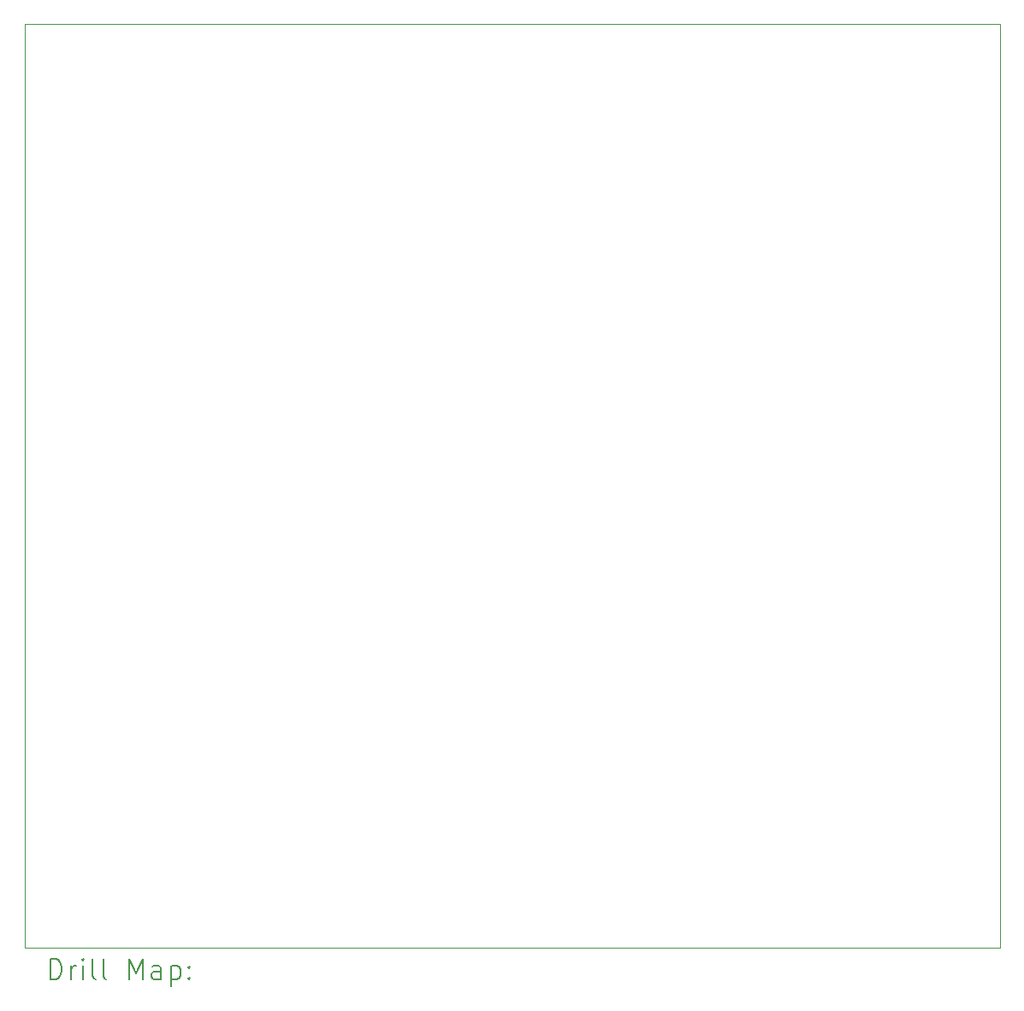
<source format=gbr>
%TF.GenerationSoftware,KiCad,Pcbnew,(6.0.7)*%
%TF.CreationDate,2023-02-16T08:52:23+02:00*%
%TF.ProjectId,teensy_motor_controller,7465656e-7379-45f6-9d6f-746f725f636f,rev?*%
%TF.SameCoordinates,Original*%
%TF.FileFunction,Drillmap*%
%TF.FilePolarity,Positive*%
%FSLAX45Y45*%
G04 Gerber Fmt 4.5, Leading zero omitted, Abs format (unit mm)*
G04 Created by KiCad (PCBNEW (6.0.7)) date 2023-02-16 08:52:23*
%MOMM*%
%LPD*%
G01*
G04 APERTURE LIST*
%ADD10C,0.050000*%
%ADD11C,0.200000*%
G04 APERTURE END LIST*
D10*
X9906000Y-4826000D02*
X19558000Y-4826000D01*
X19558000Y-4826000D02*
X19558000Y-13970000D01*
X19558000Y-13970000D02*
X9906000Y-13970000D01*
X9906000Y-13970000D02*
X9906000Y-4826000D01*
D11*
X10161119Y-14282976D02*
X10161119Y-14082976D01*
X10208738Y-14082976D01*
X10237310Y-14092500D01*
X10256357Y-14111548D01*
X10265881Y-14130595D01*
X10275405Y-14168690D01*
X10275405Y-14197262D01*
X10265881Y-14235357D01*
X10256357Y-14254405D01*
X10237310Y-14273452D01*
X10208738Y-14282976D01*
X10161119Y-14282976D01*
X10361119Y-14282976D02*
X10361119Y-14149643D01*
X10361119Y-14187738D02*
X10370643Y-14168690D01*
X10380167Y-14159167D01*
X10399214Y-14149643D01*
X10418262Y-14149643D01*
X10484929Y-14282976D02*
X10484929Y-14149643D01*
X10484929Y-14082976D02*
X10475405Y-14092500D01*
X10484929Y-14102024D01*
X10494452Y-14092500D01*
X10484929Y-14082976D01*
X10484929Y-14102024D01*
X10608738Y-14282976D02*
X10589690Y-14273452D01*
X10580167Y-14254405D01*
X10580167Y-14082976D01*
X10713500Y-14282976D02*
X10694452Y-14273452D01*
X10684929Y-14254405D01*
X10684929Y-14082976D01*
X10942071Y-14282976D02*
X10942071Y-14082976D01*
X11008738Y-14225833D01*
X11075405Y-14082976D01*
X11075405Y-14282976D01*
X11256357Y-14282976D02*
X11256357Y-14178214D01*
X11246833Y-14159167D01*
X11227786Y-14149643D01*
X11189690Y-14149643D01*
X11170643Y-14159167D01*
X11256357Y-14273452D02*
X11237309Y-14282976D01*
X11189690Y-14282976D01*
X11170643Y-14273452D01*
X11161119Y-14254405D01*
X11161119Y-14235357D01*
X11170643Y-14216309D01*
X11189690Y-14206786D01*
X11237309Y-14206786D01*
X11256357Y-14197262D01*
X11351595Y-14149643D02*
X11351595Y-14349643D01*
X11351595Y-14159167D02*
X11370643Y-14149643D01*
X11408738Y-14149643D01*
X11427786Y-14159167D01*
X11437309Y-14168690D01*
X11446833Y-14187738D01*
X11446833Y-14244881D01*
X11437309Y-14263928D01*
X11427786Y-14273452D01*
X11408738Y-14282976D01*
X11370643Y-14282976D01*
X11351595Y-14273452D01*
X11532548Y-14263928D02*
X11542071Y-14273452D01*
X11532548Y-14282976D01*
X11523024Y-14273452D01*
X11532548Y-14263928D01*
X11532548Y-14282976D01*
X11532548Y-14159167D02*
X11542071Y-14168690D01*
X11532548Y-14178214D01*
X11523024Y-14168690D01*
X11532548Y-14159167D01*
X11532548Y-14178214D01*
M02*

</source>
